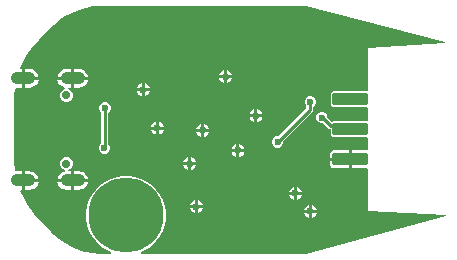
<source format=gbl>
G04*
G04 #@! TF.GenerationSoftware,Altium Limited,Altium Designer,24.4.1 (13)*
G04*
G04 Layer_Physical_Order=2*
G04 Layer_Color=16711680*
%FSLAX25Y25*%
%MOIN*%
G70*
G04*
G04 #@! TF.SameCoordinates,70575355-2F91-4737-89AD-C6C8FBE0A886*
G04*
G04*
G04 #@! TF.FilePolarity,Positive*
G04*
G01*
G75*
G04:AMPARAMS|DCode=16|XSize=39.37mil|YSize=118.11mil|CornerRadius=4.92mil|HoleSize=0mil|Usage=FLASHONLY|Rotation=90.000|XOffset=0mil|YOffset=0mil|HoleType=Round|Shape=RoundedRectangle|*
%AMROUNDEDRECTD16*
21,1,0.03937,0.10827,0,0,90.0*
21,1,0.02953,0.11811,0,0,90.0*
1,1,0.00984,0.05413,0.01476*
1,1,0.00984,0.05413,-0.01476*
1,1,0.00984,-0.05413,-0.01476*
1,1,0.00984,-0.05413,0.01476*
%
%ADD16ROUNDEDRECTD16*%
%ADD42C,0.01000*%
%ADD49O,0.08268X0.04134*%
%ADD50C,0.02756*%
%ADD51C,0.25000*%
%ADD52C,0.02362*%
%ADD53C,0.03500*%
G36*
X146722Y51063D02*
X146676Y50565D01*
X121063Y48881D01*
Y42323D01*
Y34963D01*
X120571Y34551D01*
X109744D01*
X109276Y34458D01*
X108878Y34192D01*
X108613Y33795D01*
X108520Y33327D01*
Y30374D01*
X108613Y29906D01*
X108878Y29508D01*
X109276Y29243D01*
X109744Y29150D01*
X120571D01*
X121063Y28738D01*
Y24963D01*
X120571Y24551D01*
X109744D01*
X109276Y24458D01*
X109082Y24329D01*
X107500Y25911D01*
Y26065D01*
X107212Y26759D01*
X106681Y27291D01*
X105986Y27579D01*
X105234D01*
X104540Y27291D01*
X104008Y26759D01*
X103720Y26065D01*
Y25313D01*
X104008Y24619D01*
X104540Y24087D01*
X105234Y23799D01*
X105986D01*
X106085Y23840D01*
X107763Y22163D01*
X108162Y21895D01*
X108520Y21824D01*
Y20374D01*
X108613Y19906D01*
X108878Y19508D01*
X109276Y19243D01*
X109744Y19150D01*
X120571D01*
X121063Y18738D01*
Y15144D01*
X120677Y14827D01*
X120571Y14848D01*
X115657D01*
Y11850D01*
Y8853D01*
X120571D01*
X120677Y8874D01*
X121063Y8557D01*
Y984D01*
Y-5362D01*
X147074Y-6644D01*
X147127Y-7141D01*
X100394Y-19685D01*
X45317Y-19685D01*
X45239Y-19191D01*
X45425Y-19131D01*
X47277Y-18187D01*
X48959Y-16965D01*
X50429Y-15495D01*
X51651Y-13813D01*
X52595Y-11960D01*
X53238Y-9983D01*
X53563Y-7929D01*
Y-5850D01*
X53238Y-3797D01*
X52595Y-1819D01*
X51651Y33D01*
X50429Y1715D01*
X48959Y3185D01*
X47277Y4407D01*
X45425Y5351D01*
X43447Y5994D01*
X41394Y6319D01*
X39315D01*
X37261Y5994D01*
X35284Y5351D01*
X33432Y4407D01*
X31749Y3185D01*
X30279Y1715D01*
X29057Y33D01*
X28113Y-1819D01*
X27471Y-3797D01*
X27146Y-5850D01*
Y-7929D01*
X27471Y-9983D01*
X28113Y-11960D01*
X29057Y-13813D01*
X30279Y-15495D01*
X31749Y-16965D01*
X33432Y-18187D01*
X35284Y-19131D01*
X35470Y-19191D01*
X35392Y-19685D01*
X32812D01*
X31605Y-19685D01*
X29203Y-19448D01*
X26836Y-18978D01*
X24527Y-18277D01*
X22297Y-17354D01*
X20169Y-16216D01*
X18162Y-14875D01*
X16297Y-13344D01*
X15444Y-12491D01*
X15444Y-12491D01*
X11862Y-8909D01*
X10805Y-7853D01*
X8909Y-5542D01*
X7249Y-3057D01*
X5840Y-422D01*
X5151Y1243D01*
X5429Y1659D01*
X5602D01*
Y4752D01*
Y7845D01*
X4035D01*
X3579Y7785D01*
X3235Y8235D01*
X2953Y11105D01*
X2953Y12600D01*
Y31426D01*
Y32835D01*
X3194Y35281D01*
X3687Y35720D01*
X4035Y35674D01*
X5602D01*
Y38768D01*
Y41861D01*
X5362D01*
X5084Y42277D01*
X5675Y43705D01*
X7004Y46190D01*
X8570Y48533D01*
X10357Y50712D01*
X11354Y51708D01*
X11354Y51708D01*
X15422Y55776D01*
X16277Y56632D01*
X18149Y58167D01*
X20162Y59512D01*
X22296Y60654D01*
X24533Y61580D01*
X26849Y62283D01*
X29223Y62755D01*
X31633Y62992D01*
X32843Y62992D01*
X32843Y62992D01*
X100394Y62992D01*
X146722Y51063D01*
D02*
G37*
G36*
X109267Y22413D02*
X109263Y22436D01*
X109245Y22457D01*
X109215Y22475D01*
X109171Y22490D01*
X109115Y22504D01*
X109045Y22515D01*
X108962Y22523D01*
X108756Y22533D01*
X108634Y22534D01*
Y23534D01*
X108776Y23535D01*
X109199Y23562D01*
X109268Y23575D01*
X109322Y23590D01*
X109361Y23607D01*
X109386Y23626D01*
X109396Y23648D01*
X109267Y22413D01*
D02*
G37*
%LPC*%
G36*
X74024Y41425D02*
Y39772D01*
X75677D01*
X75373Y40507D01*
X74759Y41121D01*
X74024Y41425D01*
D02*
G37*
G36*
X73024D02*
X72288Y41121D01*
X71675Y40507D01*
X71370Y39772D01*
X73024D01*
Y41425D01*
D02*
G37*
G36*
X24626Y41861D02*
X23059D01*
Y39268D01*
X27654D01*
X27614Y39568D01*
X27305Y40314D01*
X26813Y40955D01*
X26173Y41447D01*
X25427Y41756D01*
X24626Y41861D01*
D02*
G37*
G36*
X22059D02*
X20492D01*
X19692Y41756D01*
X18945Y41447D01*
X18305Y40955D01*
X17813Y40314D01*
X17504Y39568D01*
X17465Y39268D01*
X22059D01*
Y41861D01*
D02*
G37*
G36*
X8169D02*
X6602D01*
Y39268D01*
X11197D01*
X11157Y39568D01*
X10848Y40314D01*
X10357Y40955D01*
X9716Y41447D01*
X8970Y41756D01*
X8169Y41861D01*
D02*
G37*
G36*
X75677Y38772D02*
X74024D01*
Y37118D01*
X74759Y37423D01*
X75373Y38036D01*
X75677Y38772D01*
D02*
G37*
G36*
X73024D02*
X71370D01*
X71675Y38036D01*
X72288Y37423D01*
X73024Y37118D01*
Y38772D01*
D02*
G37*
G36*
X27654Y38268D02*
X23059D01*
Y35674D01*
X24626D01*
X25427Y35780D01*
X26173Y36089D01*
X26813Y36580D01*
X27305Y37221D01*
X27614Y37967D01*
X27654Y38268D01*
D02*
G37*
G36*
X11197D02*
X6602D01*
Y35674D01*
X8169D01*
X8970Y35780D01*
X9716Y36089D01*
X10357Y36580D01*
X10848Y37221D01*
X11157Y37967D01*
X11197Y38268D01*
D02*
G37*
G36*
X46563Y37095D02*
Y35441D01*
X48217D01*
X47912Y36176D01*
X47298Y36790D01*
X46563Y37095D01*
D02*
G37*
G36*
X45563D02*
X44827Y36790D01*
X44214Y36176D01*
X43909Y35441D01*
X45563D01*
Y37095D01*
D02*
G37*
G36*
X48217Y34441D02*
X46563D01*
Y32787D01*
X47298Y33092D01*
X47912Y33705D01*
X48217Y34441D01*
D02*
G37*
G36*
X45563D02*
X43909D01*
X44214Y33705D01*
X44827Y33092D01*
X45563Y32787D01*
Y34441D01*
D02*
G37*
G36*
X22059Y38268D02*
X17465D01*
X17504Y37967D01*
X17813Y37221D01*
X18305Y36580D01*
X18945Y36089D01*
X19692Y35780D01*
X20112Y35724D01*
X20079Y35224D01*
X20057D01*
X19290Y34907D01*
X18703Y34320D01*
X18386Y33553D01*
Y32723D01*
X18703Y31956D01*
X19290Y31369D01*
X20057Y31051D01*
X20888D01*
X21654Y31369D01*
X22241Y31956D01*
X22559Y32723D01*
Y33553D01*
X22241Y34320D01*
X21654Y34907D01*
X21008Y35174D01*
X21108Y35674D01*
X22059D01*
Y38268D01*
D02*
G37*
G36*
X84161Y28433D02*
Y26779D01*
X85815D01*
X85510Y27515D01*
X84897Y28129D01*
X84161Y28433D01*
D02*
G37*
G36*
X83161D02*
X82426Y28129D01*
X81812Y27515D01*
X81508Y26779D01*
X83161D01*
Y28433D01*
D02*
G37*
G36*
X85815Y25780D02*
X84161D01*
Y24126D01*
X84897Y24430D01*
X85510Y25044D01*
X85815Y25780D01*
D02*
G37*
G36*
X83161D02*
X81508D01*
X81812Y25044D01*
X82426Y24430D01*
X83161Y24126D01*
Y25780D01*
D02*
G37*
G36*
X51287Y24398D02*
Y22744D01*
X52941D01*
X52636Y23480D01*
X52023Y24093D01*
X51287Y24398D01*
D02*
G37*
G36*
X50287D02*
X49552Y24093D01*
X48938Y23480D01*
X48634Y22744D01*
X50287D01*
Y24398D01*
D02*
G37*
G36*
X66445Y23610D02*
Y21957D01*
X68099D01*
X67794Y22692D01*
X67180Y23306D01*
X66445Y23610D01*
D02*
G37*
G36*
X65445D02*
X64709Y23306D01*
X64096Y22692D01*
X63791Y21957D01*
X65445D01*
Y23610D01*
D02*
G37*
G36*
X52941Y21744D02*
X51287D01*
Y20090D01*
X52023Y20395D01*
X52636Y21009D01*
X52941Y21744D01*
D02*
G37*
G36*
X50287D02*
X48634D01*
X48938Y21009D01*
X49552Y20395D01*
X50287Y20090D01*
Y21744D01*
D02*
G37*
G36*
X68099Y20957D02*
X66445D01*
Y19303D01*
X67180Y19608D01*
X67794Y20221D01*
X68099Y20957D01*
D02*
G37*
G36*
X65445D02*
X63791D01*
X64096Y20221D01*
X64709Y19608D01*
X65445Y19303D01*
Y20957D01*
D02*
G37*
G36*
X102148Y32795D02*
X101396D01*
X100701Y32508D01*
X100170Y31976D01*
X99882Y31281D01*
Y30530D01*
X100170Y29835D01*
X100279Y29726D01*
Y28793D01*
X90993Y19508D01*
X90471D01*
X89776Y19220D01*
X89244Y18689D01*
X88957Y17994D01*
Y17242D01*
X89244Y16548D01*
X89776Y16016D01*
X90471Y15728D01*
X91222D01*
X91917Y16016D01*
X92449Y16548D01*
X92736Y17242D01*
Y17765D01*
X102382Y27411D01*
X102649Y27811D01*
X102743Y28283D01*
Y29263D01*
X102842Y29303D01*
X103374Y29835D01*
X103661Y30530D01*
Y31281D01*
X103374Y31976D01*
X102842Y32508D01*
X102148Y32795D01*
D02*
G37*
G36*
X78158Y16917D02*
Y15264D01*
X79811D01*
X79506Y15999D01*
X78893Y16613D01*
X78158Y16917D01*
D02*
G37*
G36*
X77157D02*
X76422Y16613D01*
X75808Y15999D01*
X75504Y15264D01*
X77157D01*
Y16917D01*
D02*
G37*
G36*
X33742Y30827D02*
X32990D01*
X32296Y30539D01*
X31764Y30007D01*
X31476Y29313D01*
Y28561D01*
X31764Y27867D01*
X32035Y27595D01*
Y17090D01*
X31567Y16622D01*
X31280Y15927D01*
Y15175D01*
X31567Y14481D01*
X32099Y13949D01*
X32793Y13661D01*
X33545D01*
X34240Y13949D01*
X34771Y14481D01*
X35059Y15175D01*
Y15927D01*
X34771Y16622D01*
X34500Y16893D01*
Y27398D01*
X34968Y27867D01*
X35256Y28561D01*
Y29313D01*
X34968Y30007D01*
X34437Y30539D01*
X33742Y30827D01*
D02*
G37*
G36*
X79811Y14264D02*
X78158D01*
Y12610D01*
X78893Y12915D01*
X79506Y13528D01*
X79811Y14264D01*
D02*
G37*
G36*
X77157D02*
X75504D01*
X75808Y13528D01*
X76422Y12915D01*
X77157Y12610D01*
Y14264D01*
D02*
G37*
G36*
X114657Y14848D02*
X109744D01*
X109162Y14732D01*
X108668Y14402D01*
X108339Y13909D01*
X108223Y13327D01*
Y12350D01*
X114657D01*
Y14848D01*
D02*
G37*
G36*
X62114Y12488D02*
Y10835D01*
X63768D01*
X63463Y11570D01*
X62850Y12184D01*
X62114Y12488D01*
D02*
G37*
G36*
X61114D02*
X60379Y12184D01*
X59765Y11570D01*
X59461Y10835D01*
X61114D01*
Y12488D01*
D02*
G37*
G36*
X114657Y11350D02*
X108223D01*
Y10374D01*
X108339Y9792D01*
X108668Y9298D01*
X109162Y8969D01*
X109744Y8853D01*
X114657D01*
Y11350D01*
D02*
G37*
G36*
X63768Y9835D02*
X62114D01*
Y8181D01*
X62850Y8486D01*
X63463Y9099D01*
X63768Y9835D01*
D02*
G37*
G36*
X61114D02*
X59461D01*
X59765Y9099D01*
X60379Y8486D01*
X61114Y8181D01*
Y9835D01*
D02*
G37*
G36*
X24626Y7845D02*
X23059D01*
Y5252D01*
X27654D01*
X27614Y5553D01*
X27305Y6299D01*
X26813Y6939D01*
X26173Y7431D01*
X25427Y7740D01*
X24626Y7845D01*
D02*
G37*
G36*
X20888Y12468D02*
X20057D01*
X19290Y12151D01*
X18703Y11564D01*
X18386Y10797D01*
Y9967D01*
X18703Y9200D01*
X19290Y8613D01*
X20057Y8295D01*
X20079D01*
X20112Y7795D01*
X19692Y7740D01*
X18945Y7431D01*
X18305Y6939D01*
X17813Y6299D01*
X17504Y5553D01*
X17465Y5252D01*
X22059D01*
Y7845D01*
X21108D01*
X21008Y8345D01*
X21654Y8613D01*
X22241Y9200D01*
X22559Y9967D01*
Y10797D01*
X22241Y11564D01*
X21654Y12151D01*
X20888Y12468D01*
D02*
G37*
G36*
X8169Y7845D02*
X6602D01*
Y5252D01*
X11197D01*
X11157Y5553D01*
X10848Y6299D01*
X10357Y6939D01*
X9716Y7431D01*
X8970Y7740D01*
X8169Y7845D01*
D02*
G37*
G36*
X27654Y4252D02*
X23059D01*
Y1659D01*
X24626D01*
X25427Y1764D01*
X26173Y2073D01*
X26813Y2565D01*
X27305Y3205D01*
X27614Y3951D01*
X27654Y4252D01*
D02*
G37*
G36*
X22059D02*
X17465D01*
X17504Y3951D01*
X17813Y3205D01*
X18305Y2565D01*
X18945Y2073D01*
X19692Y1764D01*
X20492Y1659D01*
X22059D01*
Y4252D01*
D02*
G37*
G36*
X11197D02*
X6602D01*
Y1659D01*
X8169D01*
X8970Y1764D01*
X9716Y2073D01*
X10357Y2565D01*
X10848Y3205D01*
X11157Y3951D01*
X11197Y4252D01*
D02*
G37*
G36*
X97252Y2646D02*
Y992D01*
X98906D01*
X98601Y1728D01*
X97988Y2341D01*
X97252Y2646D01*
D02*
G37*
G36*
X96252D02*
X95517Y2341D01*
X94903Y1728D01*
X94598Y992D01*
X96252D01*
Y2646D01*
D02*
G37*
G36*
X98906Y-8D02*
X97252D01*
Y-1662D01*
X97988Y-1357D01*
X98601Y-743D01*
X98906Y-8D01*
D02*
G37*
G36*
X96252D02*
X94598D01*
X94903Y-743D01*
X95517Y-1357D01*
X96252Y-1662D01*
Y-8D01*
D02*
G37*
G36*
X64280Y-1783D02*
Y-3437D01*
X65933D01*
X65629Y-2702D01*
X65015Y-2088D01*
X64280Y-1783D01*
D02*
G37*
G36*
X63279D02*
X62544Y-2088D01*
X61931Y-2702D01*
X61626Y-3437D01*
X63279D01*
Y-1783D01*
D02*
G37*
G36*
X102272Y-3358D02*
Y-5012D01*
X103925D01*
X103621Y-4276D01*
X103007Y-3663D01*
X102272Y-3358D01*
D02*
G37*
G36*
X101272D02*
X100536Y-3663D01*
X99923Y-4276D01*
X99618Y-5012D01*
X101272D01*
Y-3358D01*
D02*
G37*
G36*
X65933Y-4437D02*
X64280D01*
Y-6091D01*
X65015Y-5786D01*
X65629Y-5173D01*
X65933Y-4437D01*
D02*
G37*
G36*
X63279D02*
X61626D01*
X61931Y-5173D01*
X62544Y-5786D01*
X63279Y-6091D01*
Y-4437D01*
D02*
G37*
G36*
X103925Y-6012D02*
X102272D01*
Y-7666D01*
X103007Y-7361D01*
X103621Y-6747D01*
X103925Y-6012D01*
D02*
G37*
G36*
X101272D02*
X99618D01*
X99923Y-6747D01*
X100536Y-7361D01*
X101272Y-7666D01*
Y-6012D01*
D02*
G37*
%LPD*%
D16*
X115157Y11850D02*
D03*
Y21850D02*
D03*
Y31850D02*
D03*
D42*
X105979Y25689D02*
X108634Y23034D01*
X113974D02*
X115157Y21850D01*
X108634Y23034D02*
X113974D01*
X33169Y15551D02*
X33268Y15650D01*
Y28839D02*
X33366Y28937D01*
X33268Y15650D02*
Y28839D01*
X101511Y28283D02*
Y30645D01*
X90847Y17618D02*
X101511Y28283D01*
Y30645D02*
X101772Y30906D01*
X105610Y25689D02*
X105979D01*
D49*
X22559Y38768D02*
D03*
Y4752D02*
D03*
X6102Y38768D02*
D03*
Y4752D02*
D03*
D50*
X20472Y33138D02*
D03*
Y10382D02*
D03*
D51*
X40354Y-6890D02*
D03*
D52*
X77658Y14764D02*
D03*
X73524Y39272D02*
D03*
X83661Y26280D02*
D03*
X101772Y-5512D02*
D03*
X96752Y492D02*
D03*
X63779Y-3937D02*
D03*
X61614Y10335D02*
D03*
X65945Y21457D02*
D03*
X50787Y22244D02*
D03*
X46063Y34941D02*
D03*
X33366Y28937D02*
D03*
X90847Y17618D02*
D03*
X101772Y30906D02*
D03*
X33169Y15551D02*
D03*
X105610Y25689D02*
D03*
D53*
X31496Y-6890D02*
D03*
X49213D02*
D03*
X40354Y1969D02*
D03*
Y-16732D02*
D03*
X47244Y0D02*
D03*
X33465D02*
D03*
Y-13780D02*
D03*
X47244Y-13780D02*
D03*
M02*

</source>
